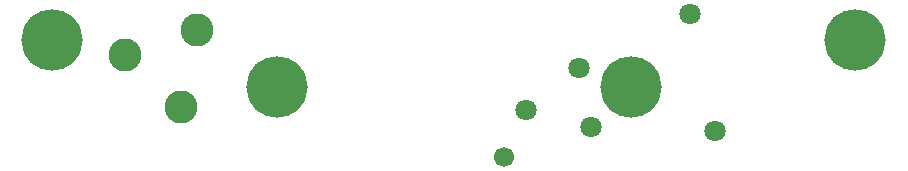
<source format=gbs>
G04*
G04 #@! TF.GenerationSoftware,Altium Limited,Altium Designer,21.9.1 (22)*
G04*
G04 Layer_Color=16711935*
%FSLAX42Y42*%
%MOMM*%
G71*
G04*
G04 #@! TF.SameCoordinates,8665F69C-080D-4A0F-83C7-313B9D7BD581*
G04*
G04*
G04 #@! TF.FilePolarity,Negative*
G04*
G01*
G75*
%ADD22C,1.80*%
%ADD23C,2.80*%
%ADD24C,1.70*%
%ADD35C,5.20*%
D22*
X10360Y6060D02*
D03*
X9915Y5706D02*
D03*
X11511Y5524D02*
D03*
X11302Y6518D02*
D03*
X10465Y5563D02*
D03*
D23*
X7130Y6380D02*
D03*
X6515Y6172D02*
D03*
X6994Y5734D02*
D03*
D24*
X9728Y5309D02*
D03*
D35*
X10801Y5901D02*
D03*
X12701Y6301D02*
D03*
X7801Y5901D02*
D03*
X5901Y6301D02*
D03*
M02*

</source>
